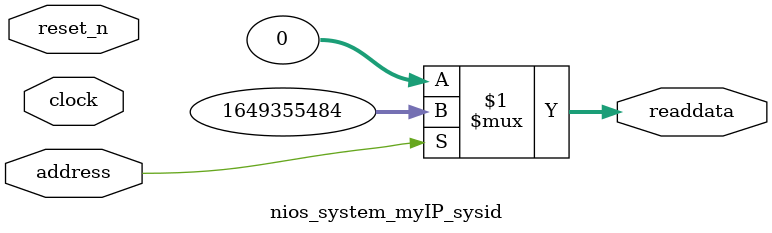
<source format=v>



// synthesis translate_off
`timescale 1ns / 1ps
// synthesis translate_on

// turn off superfluous verilog processor warnings 
// altera message_level Level1 
// altera message_off 10034 10035 10036 10037 10230 10240 10030 

module nios_system_myIP_sysid (
               // inputs:
                address,
                clock,
                reset_n,

               // outputs:
                readdata
             )
;

  output  [ 31: 0] readdata;
  input            address;
  input            clock;
  input            reset_n;

  wire    [ 31: 0] readdata;
  //control_slave, which is an e_avalon_slave
  assign readdata = address ? 1649355484 : 0;

endmodule



</source>
